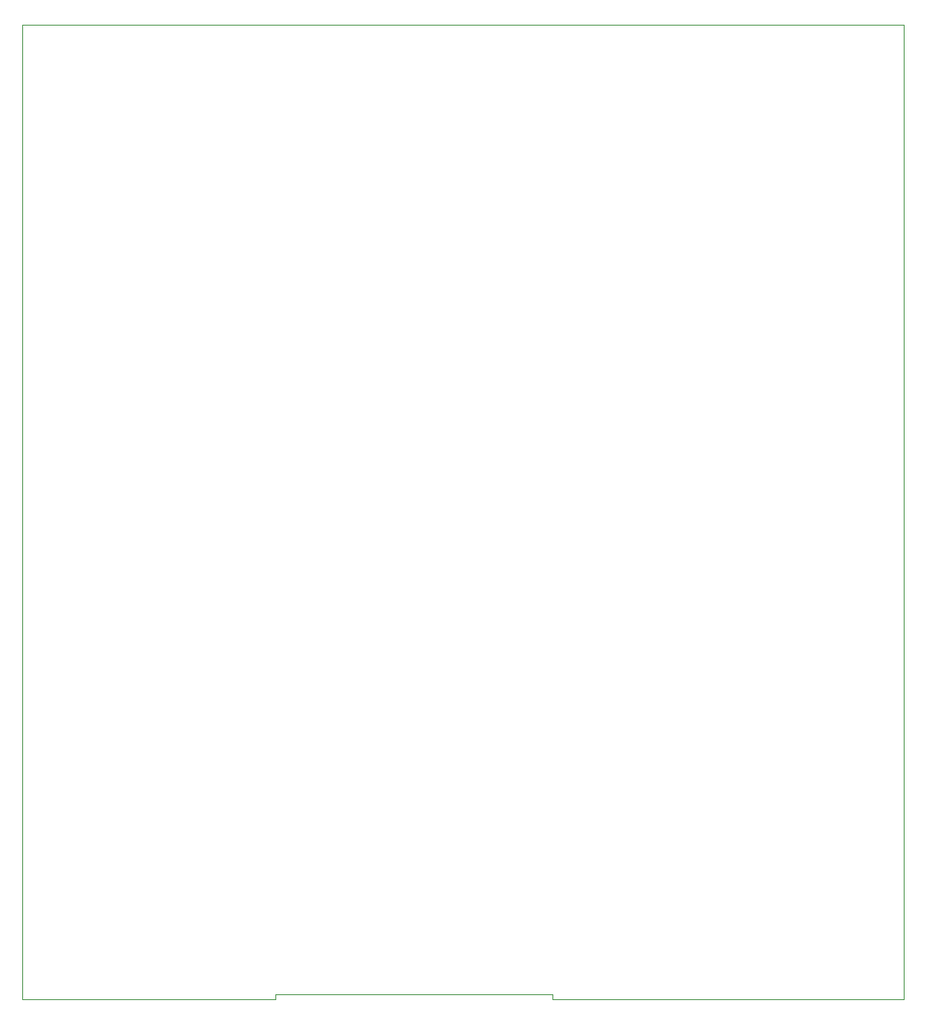
<source format=gbr>
G04 #@! TF.GenerationSoftware,KiCad,Pcbnew,9.0.3*
G04 #@! TF.CreationDate,2025-11-14T23:27:14+05:00*
G04 #@! TF.ProjectId,Weather Station,57656174-6865-4722-9053-746174696f6e,rev?*
G04 #@! TF.SameCoordinates,Original*
G04 #@! TF.FileFunction,Profile,NP*
%FSLAX46Y46*%
G04 Gerber Fmt 4.6, Leading zero omitted, Abs format (unit mm)*
G04 Created by KiCad (PCBNEW 9.0.3) date 2025-11-14 23:27:14*
%MOMM*%
%LPD*%
G01*
G04 APERTURE LIST*
G04 #@! TA.AperFunction,Profile*
%ADD10C,0.050000*%
G04 #@! TD*
G04 APERTURE END LIST*
D10*
X150000000Y-30000000D02*
X150000000Y-33500000D01*
X113900000Y-129500000D02*
X85500000Y-129500000D01*
X85500000Y-129500000D02*
X85500000Y-130000000D01*
X85500000Y-130000000D02*
X59500000Y-130000000D01*
X150000000Y-130000000D02*
X150000000Y-127500000D01*
X113900000Y-130000000D02*
X127000000Y-130000000D01*
X59500000Y-130000000D02*
X59500000Y-30000000D01*
X150000000Y-33500000D02*
X150000000Y-127500000D01*
X59500000Y-30000000D02*
X127000000Y-30000000D01*
X127000000Y-130000000D02*
X150000000Y-130000000D01*
X127000000Y-30000000D02*
X150000000Y-30000000D01*
X113900000Y-130000000D02*
X113900000Y-129500000D01*
M02*

</source>
